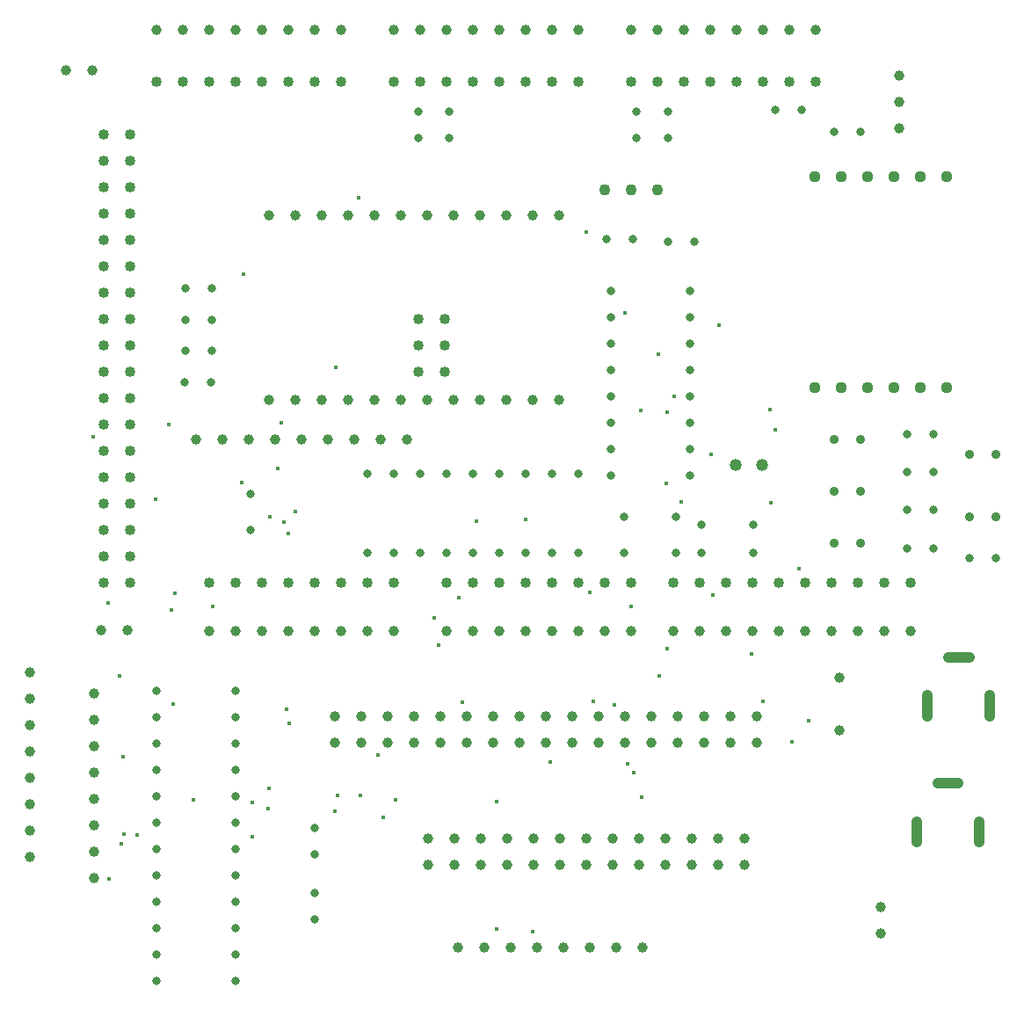
<source format=gbr>
%TF.GenerationSoftware,KiCad,Pcbnew,9.0.7*%
%TF.CreationDate,2026-01-29T05:12:34+10:00*%
%TF.ProjectId,Jet Ranger DUE Prod Radio Controller,4a657420-5261-46e6-9765-722044554520,rev?*%
%TF.SameCoordinates,Original*%
%TF.FileFunction,Plated,1,2,PTH,Mixed*%
%TF.FilePolarity,Positive*%
%FSLAX46Y46*%
G04 Gerber Fmt 4.6, Leading zero omitted, Abs format (unit mm)*
G04 Created by KiCad (PCBNEW 9.0.7) date 2026-01-29 05:12:34*
%MOMM*%
%LPD*%
G01*
G04 APERTURE LIST*
%TA.AperFunction,ViaDrill*%
%ADD10C,0.400000*%
%TD*%
%TA.AperFunction,ComponentDrill*%
%ADD11C,0.800000*%
%TD*%
%TA.AperFunction,ComponentDrill*%
%ADD12C,0.900000*%
%TD*%
%TA.AperFunction,ComponentDrill*%
%ADD13C,1.000000*%
%TD*%
G04 aperture for slot hole*
%TA.AperFunction,ComponentDrill*%
%ADD14C,1.000000*%
%TD*%
%TA.AperFunction,ComponentDrill*%
%ADD15C,1.016000*%
%TD*%
%TA.AperFunction,ComponentDrill*%
%ADD16C,1.100000*%
%TD*%
%TA.AperFunction,ComponentDrill*%
%ADD17C,1.110000*%
%TD*%
%TA.AperFunction,ComponentDrill*%
%ADD18C,1.190000*%
%TD*%
G04 APERTURE END LIST*
D10*
X39625600Y-80248100D03*
X41062800Y-96313900D03*
X41133800Y-122855600D03*
X42189800Y-103306800D03*
X42359000Y-119497900D03*
X42468400Y-111100000D03*
X42607500Y-118522700D03*
X43881500Y-118659000D03*
X45637000Y-86319700D03*
X46946600Y-79059300D03*
X47119900Y-96938700D03*
X47304300Y-106022900D03*
X47537500Y-95356900D03*
X49274600Y-115266000D03*
X51130400Y-96618000D03*
X53911900Y-84683300D03*
X54101300Y-64616000D03*
X54927400Y-118837100D03*
X54976000Y-115546400D03*
X56496900Y-116075200D03*
X56575700Y-114152900D03*
X56603500Y-87998400D03*
X57377300Y-83347700D03*
X57740500Y-78902300D03*
X57966400Y-88511300D03*
X58257900Y-106551500D03*
X58405000Y-89632500D03*
X58512700Y-107856500D03*
X59057000Y-87471700D03*
X62901500Y-116388700D03*
X63015100Y-73616000D03*
X63131700Y-114847500D03*
X65188900Y-57270800D03*
X65380400Y-114819600D03*
X67031500Y-110965200D03*
X67571800Y-116941800D03*
X68711500Y-115230900D03*
X72456200Y-97741600D03*
X72914400Y-100386600D03*
X74835200Y-95741900D03*
X75143400Y-105886300D03*
X76519300Y-88379500D03*
X78496000Y-115416500D03*
X78525500Y-127703000D03*
X81278900Y-88240000D03*
X81966900Y-127981700D03*
X83669900Y-111572500D03*
X87148300Y-60541000D03*
X87425300Y-95299800D03*
X87811700Y-105774800D03*
X89870500Y-106068500D03*
X90879700Y-68327500D03*
X91102900Y-111773300D03*
X91440000Y-96666300D03*
X91674400Y-112624800D03*
X92346600Y-77753900D03*
X92474800Y-114988200D03*
X94039500Y-72348000D03*
X94140700Y-103328300D03*
X94825600Y-84757700D03*
X94877900Y-100665800D03*
X94930100Y-77892000D03*
X95608400Y-76410000D03*
X96242400Y-86523900D03*
X99168300Y-81953500D03*
X99314000Y-95497900D03*
X99864900Y-69512400D03*
X103064600Y-101172500D03*
X104127700Y-105757500D03*
X104799600Y-77694600D03*
X104873200Y-86667800D03*
X105286300Y-79635600D03*
X106919000Y-109668000D03*
X107596000Y-92950700D03*
X108575000Y-107651800D03*
D11*
%TO.C,U2*%
X45750000Y-104750000D03*
X45750000Y-107290000D03*
X45750000Y-109830000D03*
X45750000Y-112370000D03*
X45750000Y-114910000D03*
X45750000Y-117450000D03*
X45750000Y-119990000D03*
X45750000Y-122530000D03*
X45750000Y-125070000D03*
X45750000Y-127610000D03*
X45750000Y-130150000D03*
X45750000Y-132690000D03*
%TO.C,R28*%
X48460000Y-75000000D03*
%TO.C,R27*%
X48500000Y-66000000D03*
%TO.C,R25*%
X48500000Y-69000000D03*
%TO.C,R26*%
X48500000Y-72000000D03*
%TO.C,R28*%
X51000000Y-75000000D03*
%TO.C,R27*%
X51040000Y-66000000D03*
%TO.C,R25*%
X51040000Y-69000000D03*
%TO.C,R26*%
X51040000Y-72000000D03*
%TO.C,U2*%
X53370000Y-104750000D03*
X53370000Y-107290000D03*
X53370000Y-109830000D03*
X53370000Y-112370000D03*
X53370000Y-114910000D03*
X53370000Y-117450000D03*
X53370000Y-119990000D03*
X53370000Y-122530000D03*
X53370000Y-125070000D03*
X53370000Y-127610000D03*
X53370000Y-130150000D03*
X53370000Y-132690000D03*
%TO.C,C5*%
X54750000Y-85750000D03*
X54750000Y-89250000D03*
%TO.C,R5*%
X61000000Y-117960000D03*
X61000000Y-120500000D03*
%TO.C,C4*%
X61000000Y-124250000D03*
X61000000Y-126750000D03*
%TO.C,U4*%
X66000000Y-83880000D03*
X66000000Y-91500000D03*
X68540000Y-83880000D03*
X68540000Y-91500000D03*
%TO.C,C1*%
X70940000Y-49000000D03*
X70940000Y-51500000D03*
%TO.C,U4*%
X71080000Y-83880000D03*
X71080000Y-91500000D03*
X73620000Y-83880000D03*
X73620000Y-91500000D03*
%TO.C,C2*%
X73950000Y-49000000D03*
X73950000Y-51500000D03*
%TO.C,U4*%
X76160000Y-83880000D03*
X76160000Y-91500000D03*
X78700000Y-83880000D03*
X78700000Y-91500000D03*
X81240000Y-83880000D03*
X81240000Y-91500000D03*
X83780000Y-83880000D03*
X83780000Y-91500000D03*
X86320000Y-83880000D03*
X86320000Y-91500000D03*
%TO.C,R21*%
X89037500Y-61212500D03*
%TO.C,U5*%
X89515000Y-66250000D03*
X89515000Y-68790000D03*
X89515000Y-71330000D03*
X89515000Y-73870000D03*
X89515000Y-76410000D03*
X89515000Y-78950000D03*
X89515000Y-81490000D03*
X89515000Y-84030000D03*
%TO.C,C14*%
X90750000Y-88000000D03*
%TO.C,C15*%
X90750000Y-91500000D03*
%TO.C,R21*%
X91577500Y-61212500D03*
%TO.C,C10*%
X91990000Y-49000000D03*
X91990000Y-51500000D03*
%TO.C,R19*%
X94960000Y-61500000D03*
%TO.C,C11*%
X95000000Y-49000000D03*
X95000000Y-51500000D03*
%TO.C,C14*%
X95750000Y-88000000D03*
%TO.C,C15*%
X95750000Y-91500000D03*
%TO.C,U5*%
X97135000Y-66250000D03*
X97135000Y-68790000D03*
X97135000Y-71330000D03*
X97135000Y-73870000D03*
X97135000Y-76410000D03*
X97135000Y-78950000D03*
X97135000Y-81490000D03*
X97135000Y-84030000D03*
%TO.C,R19*%
X97500000Y-61500000D03*
%TO.C,C12*%
X98250000Y-88750000D03*
%TO.C,C13*%
X98250000Y-91500000D03*
%TO.C,C12*%
X103250000Y-88750000D03*
%TO.C,C13*%
X103250000Y-91500000D03*
%TO.C,R11*%
X105350000Y-48750000D03*
X107890000Y-48750000D03*
%TO.C,R9*%
X110960000Y-50900000D03*
X113500000Y-50900000D03*
%TO.C,R2*%
X118000000Y-80000000D03*
%TO.C,R7*%
X118000000Y-83666700D03*
%TO.C,R12*%
X118000000Y-87333300D03*
%TO.C,R1*%
X118000000Y-91000000D03*
%TO.C,R2*%
X120540000Y-80000000D03*
%TO.C,R7*%
X120540000Y-83666700D03*
%TO.C,R12*%
X120540000Y-87333300D03*
%TO.C,R1*%
X120540000Y-91000000D03*
%TO.C,R8*%
X124000000Y-92000000D03*
X126540000Y-92000000D03*
D12*
%TO.C,D2*%
X110960000Y-80500000D03*
%TO.C,D8*%
X110960000Y-85500000D03*
%TO.C,D1*%
X110960000Y-90500000D03*
%TO.C,D2*%
X113500000Y-80500000D03*
%TO.C,D8*%
X113500000Y-85500000D03*
%TO.C,D1*%
X113500000Y-90500000D03*
%TO.C,D3*%
X124000000Y-82000000D03*
%TO.C,D4*%
X124000000Y-88000000D03*
%TO.C,D3*%
X126540000Y-82000000D03*
%TO.C,D4*%
X126540000Y-88000000D03*
D13*
%TO.C,J6*%
X33500000Y-103000000D03*
X33500000Y-105540000D03*
X33500000Y-108080000D03*
X33500000Y-110620000D03*
X33500000Y-113160000D03*
X33500000Y-115700000D03*
X33500000Y-118240000D03*
X33500000Y-120780000D03*
%TO.C,J50*%
X37000000Y-45000000D03*
X39540000Y-45000000D03*
%TO.C,J1*%
X39750000Y-105000000D03*
X39750000Y-107540000D03*
X39750000Y-110080000D03*
X39750000Y-112620000D03*
X39750000Y-115160000D03*
X39750000Y-117700000D03*
X39750000Y-120240000D03*
X39750000Y-122780000D03*
%TO.C,J51*%
X40411400Y-98933000D03*
X42951400Y-98933000D03*
%TO.C,J42*%
X45720000Y-41046400D03*
X48260000Y-41046400D03*
%TO.C,J8*%
X49500000Y-80500000D03*
%TO.C,J42*%
X50800000Y-41046400D03*
%TO.C,J43*%
X50800000Y-98958400D03*
%TO.C,J8*%
X52040000Y-80500000D03*
%TO.C,J42*%
X53340000Y-41046400D03*
%TO.C,J43*%
X53340000Y-98958400D03*
%TO.C,J8*%
X54580000Y-80500000D03*
%TO.C,J42*%
X55880000Y-41046400D03*
%TO.C,J43*%
X55880000Y-98958400D03*
%TO.C,U3*%
X56560000Y-58970000D03*
X56560000Y-76750000D03*
%TO.C,J8*%
X57120000Y-80500000D03*
%TO.C,J42*%
X58420000Y-41046400D03*
%TO.C,J43*%
X58420000Y-98958400D03*
%TO.C,U3*%
X59100000Y-58970000D03*
X59100000Y-76750000D03*
%TO.C,J8*%
X59660000Y-80500000D03*
%TO.C,J42*%
X60960000Y-41046400D03*
%TO.C,J43*%
X60960000Y-98958400D03*
%TO.C,U3*%
X61640000Y-58970000D03*
X61640000Y-76750000D03*
%TO.C,J8*%
X62200000Y-80500000D03*
%TO.C,J12*%
X62890000Y-107250000D03*
X62890000Y-109790000D03*
%TO.C,J42*%
X63500000Y-41046400D03*
%TO.C,J43*%
X63500000Y-98958400D03*
%TO.C,U3*%
X64180000Y-58970000D03*
X64180000Y-76750000D03*
%TO.C,J8*%
X64740000Y-80500000D03*
%TO.C,J12*%
X65430000Y-107250000D03*
X65430000Y-109790000D03*
%TO.C,J43*%
X66040000Y-98958400D03*
%TO.C,U3*%
X66720000Y-58970000D03*
X66720000Y-76750000D03*
%TO.C,J8*%
X67280000Y-80500000D03*
%TO.C,J12*%
X67970000Y-107250000D03*
X67970000Y-109790000D03*
%TO.C,J41*%
X68580000Y-41046400D03*
%TO.C,J43*%
X68580000Y-98958400D03*
%TO.C,U3*%
X69260000Y-58970000D03*
X69260000Y-76750000D03*
%TO.C,J8*%
X69820000Y-80500000D03*
%TO.C,J12*%
X70510000Y-107250000D03*
X70510000Y-109790000D03*
%TO.C,J41*%
X71120000Y-41046400D03*
%TO.C,U3*%
X71800000Y-58970000D03*
X71800000Y-76750000D03*
%TO.C,J5*%
X71850000Y-119000000D03*
X71850000Y-121540000D03*
%TO.C,J12*%
X73050000Y-107250000D03*
X73050000Y-109790000D03*
%TO.C,J41*%
X73660000Y-41046400D03*
%TO.C,J44*%
X73660000Y-98958400D03*
%TO.C,U3*%
X74340000Y-58970000D03*
X74340000Y-76750000D03*
%TO.C,J5*%
X74390000Y-119000000D03*
X74390000Y-121540000D03*
%TO.C,J9*%
X74720000Y-129500000D03*
%TO.C,J12*%
X75590000Y-107250000D03*
X75590000Y-109790000D03*
%TO.C,J41*%
X76200000Y-41046400D03*
%TO.C,J44*%
X76200000Y-98958400D03*
%TO.C,U3*%
X76880000Y-58970000D03*
X76880000Y-76750000D03*
%TO.C,J5*%
X76930000Y-119000000D03*
X76930000Y-121540000D03*
%TO.C,J9*%
X77260000Y-129500000D03*
%TO.C,J12*%
X78130000Y-107250000D03*
X78130000Y-109790000D03*
%TO.C,J41*%
X78740000Y-41046400D03*
%TO.C,J44*%
X78740000Y-98958400D03*
%TO.C,U3*%
X79420000Y-58970000D03*
X79420000Y-76750000D03*
%TO.C,J5*%
X79470000Y-119000000D03*
X79470000Y-121540000D03*
%TO.C,J9*%
X79800000Y-129500000D03*
%TO.C,J12*%
X80670000Y-107250000D03*
X80670000Y-109790000D03*
%TO.C,J41*%
X81280000Y-41046400D03*
%TO.C,J44*%
X81280000Y-98958400D03*
%TO.C,U3*%
X81960000Y-58970000D03*
X81960000Y-76750000D03*
%TO.C,J5*%
X82010000Y-119000000D03*
X82010000Y-121540000D03*
%TO.C,J9*%
X82340000Y-129500000D03*
%TO.C,J12*%
X83210000Y-107250000D03*
X83210000Y-109790000D03*
%TO.C,J41*%
X83820000Y-41046400D03*
%TO.C,J44*%
X83820000Y-98958400D03*
%TO.C,U3*%
X84500000Y-58970000D03*
X84500000Y-76750000D03*
%TO.C,J5*%
X84550000Y-119000000D03*
X84550000Y-121540000D03*
%TO.C,J9*%
X84880000Y-129500000D03*
%TO.C,J12*%
X85750000Y-107250000D03*
X85750000Y-109790000D03*
%TO.C,J41*%
X86360000Y-41046400D03*
%TO.C,J44*%
X86360000Y-98958400D03*
%TO.C,J5*%
X87090000Y-119000000D03*
X87090000Y-121540000D03*
%TO.C,J9*%
X87420000Y-129500000D03*
%TO.C,J12*%
X88290000Y-107250000D03*
X88290000Y-109790000D03*
%TO.C,J44*%
X88900000Y-98958400D03*
%TO.C,J5*%
X89630000Y-119000000D03*
X89630000Y-121540000D03*
%TO.C,J9*%
X89960000Y-129500000D03*
%TO.C,J12*%
X90830000Y-107250000D03*
X90830000Y-109790000D03*
%TO.C,J40*%
X91440000Y-41046400D03*
%TO.C,J44*%
X91440000Y-98958400D03*
%TO.C,J5*%
X92170000Y-119000000D03*
X92170000Y-121540000D03*
%TO.C,J9*%
X92500000Y-129500000D03*
%TO.C,J12*%
X93370000Y-107250000D03*
X93370000Y-109790000D03*
%TO.C,J40*%
X93980000Y-41046400D03*
%TO.C,J5*%
X94710000Y-119000000D03*
X94710000Y-121540000D03*
%TO.C,J45*%
X95504000Y-98958400D03*
%TO.C,J12*%
X95910000Y-107250000D03*
X95910000Y-109790000D03*
%TO.C,J40*%
X96520000Y-41046400D03*
%TO.C,J5*%
X97250000Y-119000000D03*
X97250000Y-121540000D03*
%TO.C,J45*%
X98044000Y-98958400D03*
%TO.C,J12*%
X98450000Y-107250000D03*
X98450000Y-109790000D03*
%TO.C,J40*%
X99060000Y-41046400D03*
%TO.C,J5*%
X99790000Y-119000000D03*
X99790000Y-121540000D03*
%TO.C,J45*%
X100584000Y-98958400D03*
%TO.C,J12*%
X100990000Y-107250000D03*
X100990000Y-109790000D03*
%TO.C,J40*%
X101600000Y-41046400D03*
%TO.C,J5*%
X102330000Y-119000000D03*
X102330000Y-121540000D03*
%TO.C,J45*%
X103124000Y-98958400D03*
%TO.C,J12*%
X103530000Y-107250000D03*
X103530000Y-109790000D03*
%TO.C,J40*%
X104140000Y-41046400D03*
%TO.C,J45*%
X105664000Y-98958400D03*
%TO.C,J40*%
X106680000Y-41046400D03*
%TO.C,J45*%
X108204000Y-98958400D03*
%TO.C,J40*%
X109220000Y-41046400D03*
%TO.C,J45*%
X110744000Y-98958400D03*
%TO.C,F1*%
X111490000Y-108580000D03*
X111500000Y-103500000D03*
%TO.C,J45*%
X113284000Y-98958400D03*
%TO.C,J15*%
X115450000Y-125560000D03*
X115450000Y-128100000D03*
%TO.C,J45*%
X115824000Y-98958400D03*
%TO.C,J2*%
X117298000Y-45470000D03*
X117298000Y-48010000D03*
X117298000Y-50550000D03*
%TO.C,J45*%
X118364000Y-98958400D03*
D14*
%TO.C,J4*%
X118949000Y-117350000D02*
X118949000Y-119350000D01*
%TO.C,J7*%
X120000000Y-105207500D02*
X120000000Y-107207500D01*
%TO.C,J4*%
X120949000Y-113650000D02*
X122949000Y-113650000D01*
%TO.C,J7*%
X122000000Y-101507500D02*
X124000000Y-101507500D01*
%TO.C,J4*%
X124949000Y-117350000D02*
X124949000Y-119350000D01*
%TO.C,J7*%
X126000000Y-105207500D02*
X126000000Y-107207500D01*
D15*
%TO.C,A1*%
X40625000Y-51119300D03*
X40625000Y-53659300D03*
X40625000Y-56199300D03*
X40625000Y-58739300D03*
X40625000Y-61279300D03*
X40625000Y-63819300D03*
X40625000Y-66359300D03*
X40625000Y-68899300D03*
X40625000Y-71439300D03*
X40625000Y-73979300D03*
X40625000Y-76519300D03*
X40625000Y-79059300D03*
X40625000Y-81599300D03*
X40625000Y-84139300D03*
X40625000Y-86679300D03*
X40625000Y-89219300D03*
X40625000Y-91759300D03*
X40625000Y-94299300D03*
X43165000Y-51119300D03*
X43165000Y-53659300D03*
X43165000Y-56199300D03*
X43165000Y-58739300D03*
X43165000Y-61279300D03*
X43165000Y-63819300D03*
X43165000Y-66359300D03*
X43165000Y-68899300D03*
X43165000Y-71439300D03*
X43165000Y-73979300D03*
X43165000Y-76519300D03*
X43165000Y-79059300D03*
X43165000Y-81599300D03*
X43165000Y-84139300D03*
X43165000Y-86679300D03*
X43165000Y-89219300D03*
X43165000Y-91759300D03*
X43165000Y-94299300D03*
X45705000Y-46039300D03*
X48245000Y-46039300D03*
X50785000Y-46039300D03*
X50785000Y-94299300D03*
X53325000Y-46039300D03*
X53325000Y-94299300D03*
X55865000Y-46039300D03*
X55865000Y-94299300D03*
X58405000Y-46039300D03*
X58405000Y-94299300D03*
X60945000Y-46039300D03*
X60945000Y-94299300D03*
X63485000Y-46039300D03*
X63485000Y-94299300D03*
X66025000Y-94299300D03*
X68565000Y-46039300D03*
X68565000Y-94299300D03*
X70978000Y-68899300D03*
X70978000Y-71439300D03*
X70978000Y-73979300D03*
X71105000Y-46039300D03*
X73518000Y-68899300D03*
X73518000Y-71439300D03*
X73518000Y-73979300D03*
X73645000Y-46039300D03*
X73645000Y-94299300D03*
X76185000Y-46039300D03*
X76185000Y-94299300D03*
X78725000Y-46039300D03*
X78725000Y-94299300D03*
X81265000Y-46039300D03*
X81265000Y-94299300D03*
X83805000Y-46039300D03*
X83805000Y-94299300D03*
X86345000Y-46039300D03*
X86345000Y-94299300D03*
X88885000Y-94299300D03*
X91425000Y-46039300D03*
X91425000Y-94299300D03*
X93965000Y-46039300D03*
X95489000Y-94299300D03*
X96505000Y-46039300D03*
X98029000Y-94299300D03*
X99045000Y-46039300D03*
X100569000Y-94299300D03*
X101585000Y-46039300D03*
X103109000Y-94299300D03*
X104125000Y-46039300D03*
X105649000Y-94299300D03*
X106665000Y-46039300D03*
X108189000Y-94299300D03*
X109205000Y-46039300D03*
X110729000Y-94299300D03*
X113269000Y-94299300D03*
X115809000Y-94299300D03*
X118349000Y-94299300D03*
D16*
%TO.C,Q5*%
X88920000Y-56500000D03*
X91460000Y-56500000D03*
X94000000Y-56500000D03*
D17*
%TO.C,U1*%
X109109000Y-55183300D03*
X109109000Y-75503300D03*
X111649000Y-55183300D03*
X111649000Y-75503300D03*
X114189000Y-55183300D03*
X114189000Y-75503300D03*
X116729000Y-55183300D03*
X116729000Y-75503300D03*
X119269000Y-55183300D03*
X119269000Y-75503300D03*
X121809000Y-55183300D03*
X121809000Y-75503300D03*
D18*
%TO.C,J3*%
X101500000Y-83000000D03*
X104040000Y-83000000D03*
M02*

</source>
